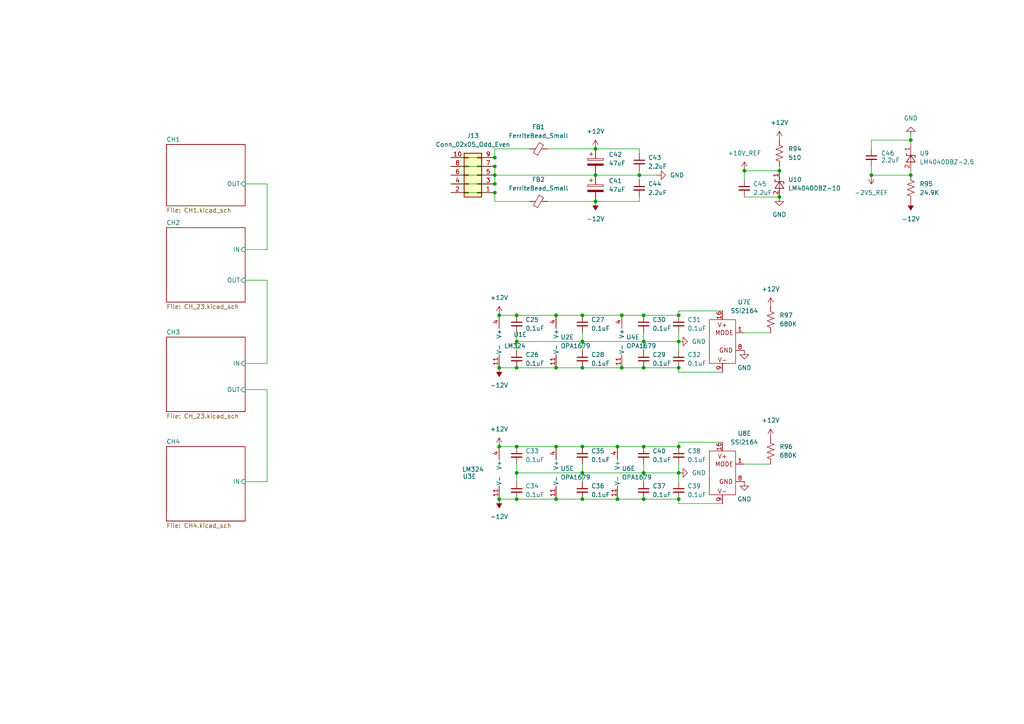
<source format=kicad_sch>
(kicad_sch (version 20231120) (generator "eeschema") (generator_version "8.0")
  (paper "A4")
  (lib_symbols
    (symbol "Amplifier_Operational:LM324" (pin_names (offset 0.127))
      (property "Reference" "U" (at 0 5.08 0))
      (property "Value" "LM324" (at 0 -5.08 0))
      (symbol "LM324_1_1"
        (polyline (pts (xy -5.08 5.08) (xy 5.08 0) (xy -5.08 -5.08) (xy -5.08 5.08)) (stroke (width 0.254)) (fill (type background)))
        (pin output line (at 7.62 0 180) (length 2.54) (name "~") (number "1"))
        (pin input line (at -7.62 -2.54 0) (length 2.54) (name "-") (number "2"))
        (pin input line (at -7.62 2.54 0) (length 2.54) (name "+") (number "3"))
      )
      (symbol "LM324_2_1"
        (polyline (pts (xy -5.08 5.08) (xy 5.08 0) (xy -5.08 -5.08) (xy -5.08 5.08)) (stroke (width 0.254)) (fill (type background)))
        (pin input line (at -7.62 2.54 0) (length 2.54) (name "+") (number "5"))
        (pin input line (at -7.62 -2.54 0) (length 2.54) (name "-") (number "6"))
        (pin output line (at 7.62 0 180) (length 2.54) (name "~") (number "7"))
      )
      (symbol "LM324_3_1"
        (polyline (pts (xy -5.08 5.08) (xy 5.08 0) (xy -5.08 -5.08) (xy -5.08 5.08)) (stroke (width 0.254)) (fill (type background)))
        (pin input line (at -7.62 2.54 0) (length 2.54) (name "+") (number "10"))
        (pin output line (at 7.62 0 180) (length 2.54) (name "~") (number "8"))
        (pin input line (at -7.62 -2.54 0) (length 2.54) (name "-") (number "9"))
      )
      (symbol "LM324_4_1"
        (polyline (pts (xy -5.08 5.08) (xy 5.08 0) (xy -5.08 -5.08) (xy -5.08 5.08)) (stroke (width 0.254)) (fill (type background)))
        (pin input line (at -7.62 2.54 0) (length 2.54) (name "+") (number "12"))
        (pin input line (at -7.62 -2.54 0) (length 2.54) (name "-") (number "13"))
        (pin output line (at 7.62 0 180) (length 2.54) (name "~") (number "14"))
      )
      (symbol "LM324_5_1"
        (pin power_in line (at -2.54 -7.62 90) (length 3.81) (name "V-") (number "11"))
        (pin power_in line (at -2.54 7.62 270) (length 3.81) (name "V+") (number "4"))
      )
    )
    (symbol "Amplifier_Operational:OPA1679" (pin_names (offset 0.127))
      (property "Reference" "U" (at 0 5.08 0))
      (property "Value" "OPA1679" (at 0 -5.08 0))
      (symbol "OPA1679_1_1"
        (polyline (pts (xy -5.08 5.08) (xy 5.08 0) (xy -5.08 -5.08) (xy -5.08 5.08)) (stroke (width 0.254)) (fill (type background)))
        (pin output line (at 7.62 0 180) (length 2.54) (name "~") (number "1"))
        (pin input line (at -7.62 -2.54 0) (length 2.54) (name "-") (number "2"))
        (pin input line (at -7.62 2.54 0) (length 2.54) (name "+") (number "3"))
      )
      (symbol "OPA1679_2_1"
        (polyline (pts (xy -5.08 5.08) (xy 5.08 0) (xy -5.08 -5.08) (xy -5.08 5.08)) (stroke (width 0.254)) (fill (type background)))
        (pin input line (at -7.62 2.54 0) (length 2.54) (name "+") (number "5"))
        (pin input line (at -7.62 -2.54 0) (length 2.54) (name "-") (number "6"))
        (pin output line (at 7.62 0 180) (length 2.54) (name "~") (number "7"))
      )
      (symbol "OPA1679_3_1"
        (polyline (pts (xy -5.08 5.08) (xy 5.08 0) (xy -5.08 -5.08) (xy -5.08 5.08)) (stroke (width 0.254)) (fill (type background)))
        (pin input line (at -7.62 2.54 0) (length 2.54) (name "+") (number "10"))
        (pin output line (at 7.62 0 180) (length 2.54) (name "~") (number "8"))
        (pin input line (at -7.62 -2.54 0) (length 2.54) (name "-") (number "9"))
      )
      (symbol "OPA1679_4_1"
        (polyline (pts (xy -5.08 5.08) (xy 5.08 0) (xy -5.08 -5.08) (xy -5.08 5.08)) (stroke (width 0.254)) (fill (type background)))
        (pin input line (at -7.62 2.54 0) (length 2.54) (name "+") (number "12"))
        (pin input line (at -7.62 -2.54 0) (length 2.54) (name "-") (number "13"))
        (pin output line (at 7.62 0 180) (length 2.54) (name "~") (number "14"))
      )
      (symbol "OPA1679_5_1"
        (pin power_in line (at -2.54 -7.62 90) (length 3.81) (name "V-") (number "11"))
        (pin power_in line (at -2.54 7.62 270) (length 3.81) (name "V+") (number "4"))
      )
    )
    (symbol "Connector_Generic:Conn_02x05_Odd_Even" (pin_names (offset 1.016) hide)
      (property "Reference" "J" (at 1.27 7.62 0))
      (property "Value" "Conn_02x05_Odd_Even" (at 1.27 -7.62 0))
      (symbol "Conn_02x05_Odd_Even_1_1"
        (rectangle (start -1.27 -4.953) (end 0 -5.207) (stroke (width 0.1524)))
        (rectangle (start -1.27 -2.413) (end 0 -2.667) (stroke (width 0.1524)))
        (rectangle (start -1.27 0.127) (end 0 -0.127) (stroke (width 0.1524)))
        (rectangle (start -1.27 2.667) (end 0 2.413) (stroke (width 0.1524)))
        (rectangle (start -1.27 5.207) (end 0 4.953) (stroke (width 0.1524)))
        (rectangle (start -1.27 6.35) (end 3.81 -6.35) (stroke (width 0.254)) (fill (type background)))
        (rectangle (start 3.81 -4.953) (end 2.54 -5.207) (stroke (width 0.1524)))
        (rectangle (start 3.81 -2.413) (end 2.54 -2.667) (stroke (width 0.1524)))
        (rectangle (start 3.81 0.127) (end 2.54 -0.127) (stroke (width 0.1524)))
        (rectangle (start 3.81 2.667) (end 2.54 2.413) (stroke (width 0.1524)))
        (rectangle (start 3.81 5.207) (end 2.54 4.953) (stroke (width 0.1524)))
        (pin passive line (at -5.08 5.08 0) (length 3.81) (name "Pin_1") (number "1"))
        (pin passive line (at 7.62 -5.08 180) (length 3.81) (name "Pin_10") (number "10"))
        (pin passive line (at 7.62 5.08 180) (length 3.81) (name "Pin_2") (number "2"))
        (pin passive line (at -5.08 2.54 0) (length 3.81) (name "Pin_3") (number "3"))
        (pin passive line (at 7.62 2.54 180) (length 3.81) (name "Pin_4") (number "4"))
        (pin passive line (at -5.08 0 0) (length 3.81) (name "Pin_5") (number "5"))
        (pin passive line (at 7.62 0 180) (length 3.81) (name "Pin_6") (number "6"))
        (pin passive line (at -5.08 -2.54 0) (length 3.81) (name "Pin_7") (number "7"))
        (pin passive line (at 7.62 -2.54 180) (length 3.81) (name "Pin_8") (number "8"))
        (pin passive line (at -5.08 -5.08 0) (length 3.81) (name "Pin_9") (number "9"))
      )
    )
    (symbol "Device:C_Polarized" (pin_numbers hide) (pin_names (offset 0.254))
      (property "Reference" "C" (at 0.635 2.54 0))
      (property "Value" "C_Polarized" (at 0.635 -2.54 0))
      (symbol "C_Polarized_0_1"
        (rectangle (start -2.286 0.508) (end 2.286 1.016))
        (polyline (pts (xy -1.778 2.286) (xy -0.762 2.286)))
        (polyline (pts (xy -1.27 2.794) (xy -1.27 1.778)))
        (rectangle (start 2.286 -0.508) (end -2.286 -1.016) (fill (type outline)))
      )
      (symbol "C_Polarized_1_1"
        (pin passive line (at 0 3.81 270) (length 2.794) (name "~") (number "1"))
        (pin passive line (at 0 -3.81 90) (length 2.794) (name "~") (number "2"))
      )
    )
    (symbol "Device:C_Small" (pin_numbers hide) (pin_names (offset 0.254) hide)
      (property "Reference" "C" (at 0.254 1.778 0))
      (property "Value" "C_Small" (at 0.254 -2.032 0))
      (symbol "C_Small_0_1"
        (polyline (pts (xy -1.524 -0.508) (xy 1.524 -0.508)) (stroke (width 0.3302)))
        (polyline (pts (xy -1.524 0.508) (xy 1.524 0.508)) (stroke (width 0.3048)))
      )
      (symbol "C_Small_1_1"
        (pin passive line (at 0 2.54 270) (length 2.032) (name "~") (number "1"))
        (pin passive line (at 0 -2.54 90) (length 2.032) (name "~") (number "2"))
      )
    )
    (symbol "Device:FerriteBead_Small" (pin_numbers hide) (pin_names (offset 0))
      (property "Reference" "FB" (at 1.905 1.27 0))
      (property "Value" "FerriteBead_Small" (at 1.905 -1.27 0))
      (symbol "FerriteBead_Small_0_1"
        (polyline (pts (xy 0 -1.27) (xy 0 -0.7874)))
        (polyline (pts (xy 0 0.889) (xy 0 1.2954)))
        (polyline (pts (xy -1.8288 0.2794) (xy -1.1176 1.4986) (xy 1.8288 -0.2032) (xy 1.1176 -1.4224) (xy -1.8288 0.2794)))
      )
      (symbol "FerriteBead_Small_1_1"
        (pin passive line (at 0 2.54 270) (length 1.27) (name "~") (number "1"))
        (pin passive line (at 0 -2.54 90) (length 1.27) (name "~") (number "2"))
      )
    )
    (symbol "Device:R_US" (pin_numbers hide) (pin_names (offset 0))
      (property "Reference" "R" (at 2.54 0 90))
      (property "Value" "R_US" (at -2.54 0 90))
      (symbol "R_US_0_1"
        (polyline (pts (xy 0 -2.286) (xy 0 -2.54)))
        (polyline (pts (xy 0 2.286) (xy 0 2.54)))
        (polyline (pts (xy 0 -0.762) (xy 1.016 -1.143) (xy 0 -1.524) (xy -1.016 -1.905) (xy 0 -2.286)))
        (polyline (pts (xy 0 0.762) (xy 1.016 0.381) (xy 0 0) (xy -1.016 -0.381) (xy 0 -0.762)))
        (polyline (pts (xy 0 2.286) (xy 1.016 1.905) (xy 0 1.524) (xy -1.016 1.143) (xy 0 0.762)))
      )
      (symbol "R_US_1_1"
        (pin passive line (at 0 3.81 270) (length 1.27) (name "~") (number "1"))
        (pin passive line (at 0 -3.81 90) (length 1.27) (name "~") (number "2"))
      )
    )
    (symbol "Reference_Voltage:LM4040DBZ-10" (pin_names (offset 0.0254) hide)
      (property "Reference" "U" (at 0 2.54 0))
      (property "Value" "LM4040DBZ-10" (at 0 -3.175 0))
      (symbol "LM4040DBZ-10_0_1"
        (polyline (pts (xy -1.27 0) (xy 0 0) (xy 1.27 0)))
        (polyline (pts (xy -1.27 -1.27) (xy 0.635 0) (xy -1.27 1.27) (xy -1.27 -1.27)) (stroke (width 0.2032)))
        (polyline (pts (xy 0 -1.27) (xy 0.635 -1.27) (xy 0.635 1.27) (xy 1.27 1.27)) (stroke (width 0.2032)))
      )
      (symbol "LM4040DBZ-10_1_1"
        (pin passive line (at 3.81 0 180) (length 2.54) (name "K") (number "1"))
        (pin passive line (at -3.81 0 0) (length 2.54) (name "A") (number "2"))
      )
    )
    (symbol "Reference_Voltage:LM4040DBZ-2.5" (pin_names (offset 0.0254) hide)
      (property "Reference" "U" (at 0 2.54 0))
      (property "Value" "LM4040DBZ-2.5" (at 0 -3.175 0))
      (symbol "LM4040DBZ-2.5_0_1"
        (polyline (pts (xy -1.27 0) (xy 0 0) (xy 1.27 0)))
        (polyline (pts (xy -1.27 -1.27) (xy 0.635 0) (xy -1.27 1.27) (xy -1.27 -1.27)) (stroke (width 0.2032)))
        (polyline (pts (xy 0 -1.27) (xy 0.635 -1.27) (xy 0.635 1.27) (xy 1.27 1.27)) (stroke (width 0.2032)))
      )
      (symbol "LM4040DBZ-2.5_1_1"
        (pin passive line (at 3.81 0 180) (length 2.54) (name "K") (number "1"))
        (pin passive line (at -3.81 0 0) (length 2.54) (name "A") (number "2"))
      )
    )
    (symbol "SSI2164_1" (pin_names (offset 0) hide)
      (property "Reference" "U" (at 1.016 1.27 0))
      (property "Value" "SSI2164" (at 0 0 0))
      (symbol "SSI2164_1_1_1"
        (polyline (pts (xy 0 0) (xy 0 -12.7) (xy 5.08 -12.7) (xy 5.08 0) (xy 0 0) (xy 5.08 0) (xy 15.24 -6.35) (xy 5.08 -12.7) (xy 0 0) (xy 5.08 0) (xy 0 -12.7)))
        (pin input line (at -2.54 -6.35 0) (length 2.54) (name "INA") (number "2"))
        (pin input line (at 2.54 -15.24 90) (length 2.54) (name "CVA") (number "3"))
        (pin output line (at 17.78 -6.35 180) (length 2.54) (name "OUTA") (number "4"))
      )
      (symbol "SSI2164_1_1_2"
        (pin input line (at -2.54 -7.62 0) (length 2.54) (name "INA") (number "2"))
        (pin input line (at 3.81 -17.78 90) (length 2.54) (name "CVA") (number "3"))
        (pin output line (at 22.86 -7.62 180) (length 2.54) (name "OUTA") (number "4"))
      )
      (symbol "SSI2164_1_2_1"
        (polyline (pts (xy 0 0) (xy 0 -12.7) (xy 5.08 -12.7) (xy 5.08 0) (xy 0 0) (xy 5.08 0) (xy 15.24 -6.35) (xy 5.08 -12.7) (xy 0 0) (xy 5.08 0) (xy 0 -12.7)))
        (pin output line (at 17.78 -6.35 180) (length 2.54) (name "OUTB") (number "5"))
        (pin input line (at 2.54 -15.24 90) (length 2.54) (name "CVB") (number "6"))
        (pin input line (at -2.54 -6.35 0) (length 2.54) (name "INB") (number "7"))
      )
      (symbol "SSI2164_1_2_2"
        (pin output line (at 22.86 -7.62 180) (length 2.54) (name "OUTB") (number "5"))
        (pin input line (at 3.81 -17.78 90) (length 2.54) (name "CVB") (number "6"))
        (pin input line (at -2.54 -7.62 0) (length 2.54) (name "INB") (number "7"))
      )
      (symbol "SSI2164_1_3_1"
        (polyline (pts (xy 0 0) (xy 0 -12.7) (xy 5.08 -12.7) (xy 5.08 0) (xy 0 0) (xy 5.08 0) (xy 15.24 -6.35) (xy 5.08 -12.7) (xy 0 0) (xy 5.08 0) (xy 0 -12.7)))
        (pin input line (at -2.54 -6.35 0) (length 2.54) (name "INC") (number "10"))
        (pin input line (at 2.54 -15.24 90) (length 2.54) (name "CVC") (number "11"))
        (pin output line (at 17.78 -6.35 180) (length 2.54) (name "OUTC") (number "12"))
      )
      (symbol "SSI2164_1_3_2"
        (pin input line (at -2.54 -7.62 0) (length 2.54) (name "INC") (number "10"))
        (pin input line (at 3.81 -17.78 90) (length 2.54) (name "CVC") (number "11"))
        (pin output line (at 22.86 -7.62 180) (length 2.54) (name "OUTC") (number "12"))
      )
      (symbol "SSI2164_1_4_1"
        (polyline (pts (xy 0 0) (xy 0 -12.7) (xy 5.08 -12.7) (xy 5.08 0) (xy 0 0) (xy 5.08 0) (xy 15.24 -6.35) (xy 5.08 -12.7) (xy 0 0) (xy 5.08 0) (xy 0 -12.7)))
        (pin output line (at 17.78 -6.35 180) (length 2.54) (name "OUTD") (number "13"))
        (pin input line (at 2.54 -15.24 90) (length 2.54) (name "CVD") (number "14"))
        (pin input line (at -2.54 -6.35 0) (length 2.54) (name "IND") (number "15"))
      )
      (symbol "SSI2164_1_4_2"
        (pin output line (at 22.86 -7.62 180) (length 2.54) (name "OUTD") (number "13"))
        (pin input line (at 3.81 -17.78 90) (length 2.54) (name "CVD") (number "14"))
        (pin input line (at -2.54 -7.62 0) (length 2.54) (name "IND") (number "15"))
      )
      (symbol "SSI2164_1_5_1"
        (rectangle (start 0 0) (end 7.62 -12.7))
        (text "GND\n" (at 4.826 -8.89 0) (effects (font (size 1.27 1.27))))
        (text "MODE\n" (at 4.318 -3.81 0) (effects (font (size 1.27 1.27))))
        (text "V+" (at 3.81 -1.524 0) (effects (font (size 1.27 1.27))))
        (text "V-\n" (at 3.81 -11.684 0) (effects (font (size 1.27 1.27))))
        (pin input line (at 10.16 -3.81 180) (length 2.54) (name "MODE") (number "1"))
        (pin power_in line (at 3.81 2.54 270) (length 2.54) (name "V+") (number "16"))
        (pin power_in line (at 10.16 -8.89 180) (length 2.54) (name "GND") (number "8"))
        (pin power_in line (at 3.81 -15.24 90) (length 2.54) (name "V-") (number "9"))
      )
      (symbol "SSI2164_1_5_2"
        (pin input line (at 10.16 -3.81 180) (length 2.54) (name "MODE") (number "1"))
        (pin power_in line (at 3.81 2.54 270) (length 2.54) (name "V+") (number "16"))
        (pin power_in line (at 10.16 -8.89 180) (length 2.54) (name "GND") (number "8"))
        (pin power_in line (at 3.81 -15.24 90) (length 2.54) (name "V-") (number "9"))
      )
    )
    (symbol "power:+10V" (power) (pin_numbers hide) (pin_names (offset 0) hide)
      (property "Value" "+10V" (at 0 3.556 0))
      (symbol "+10V_0_1"
        (polyline (pts (xy -0.762 1.27) (xy 0 2.54)))
        (polyline (pts (xy 0 0) (xy 0 2.54)))
        (polyline (pts (xy 0 2.54) (xy 0.762 1.27)))
      )
      (symbol "+10V_1_1"
        (pin power_in line (at 0 0 90) (length 0) (name "~") (number "1"))
      )
    )
    (symbol "power:+12V" (power) (pin_numbers hide) (pin_names (offset 0) hide)
      (property "Value" "+12V" (at 0 3.556 0))
      (symbol "+12V_0_1"
        (polyline (pts (xy -0.762 1.27) (xy 0 2.54)))
        (polyline (pts (xy 0 0) (xy 0 2.54)))
        (polyline (pts (xy 0 2.54) (xy 0.762 1.27)))
      )
      (symbol "+12V_1_1"
        (pin power_in line (at 0 0 90) (length 0) (name "~") (number "1"))
      )
    )
    (symbol "power:+2V5" (power) (pin_numbers hide) (pin_names (offset 0) hide)
      (property "Value" "+2V5" (at 0 3.556 0))
      (symbol "+2V5_0_1"
        (polyline (pts (xy -0.762 1.27) (xy 0 2.54)))
        (polyline (pts (xy 0 0) (xy 0 2.54)))
        (polyline (pts (xy 0 2.54) (xy 0.762 1.27)))
      )
      (symbol "+2V5_1_1"
        (pin power_in line (at 0 0 90) (length 0) (name "~") (number "1"))
      )
    )
    (symbol "power:-12V" (power) (pin_numbers hide) (pin_names (offset 0) hide)
      (property "Value" "-12V" (at 0 3.556 0))
      (symbol "-12V_0_0"
        (pin power_in line (at 0 0 90) (length 0) (name "~") (number "1"))
      )
      (symbol "-12V_0_1"
        (polyline (pts (xy 0 0) (xy 0 1.27) (xy 0.762 1.27) (xy 0 2.54) (xy -0.762 1.27) (xy 0 1.27)) (fill (type outline)))
      )
    )
    (symbol "power:GND" (power) (pin_numbers hide) (pin_names (offset 0) hide)
      (property "Value" "GND" (at 0 -3.81 0))
      (symbol "GND_0_1"
        (polyline (pts (xy 0 0) (xy 0 -1.27) (xy 1.27 -1.27) (xy 0 -2.54) (xy -1.27 -1.27) (xy 0 -1.27)))
      )
      (symbol "GND_1_1"
        (pin power_in line (at 0 0 270) (length 0) (name "~") (number "1"))
      )
    )
  )
  (junction (at 168.91 129.54))
  (junction (at 196.85 91.44))
  (junction (at 144.78 144.78))
  (junction (at 215.9 49.53))
  (junction (at 196.85 99.06))
  (junction (at 180.34 106.68))
  (junction (at 168.91 106.68))
  (junction (at 144.78 129.54))
  (junction (at 161.29 106.68))
  (junction (at 149.86 91.44))
  (junction (at 252.73 50.8))
  (junction (at 149.86 129.54))
  (junction (at 172.72 58.42))
  (junction (at 161.29 91.44))
  (junction (at 149.86 99.06))
  (junction (at 196.85 137.16))
  (junction (at 168.91 144.78))
  (junction (at 226.06 49.53))
  (junction (at 144.78 106.68))
  (junction (at 143.51 45.72))
  (junction (at 172.72 50.8))
  (junction (at 264.16 50.8))
  (junction (at 196.85 144.78))
  (junction (at 168.91 91.44))
  (junction (at 161.29 144.78))
  (junction (at 149.86 106.68))
  (junction (at 185.42 50.8))
  (junction (at 149.86 137.16))
  (junction (at 186.69 91.44))
  (junction (at 186.69 137.16))
  (junction (at 226.06 57.15))
  (junction (at 196.85 106.68))
  (junction (at 179.07 144.78))
  (junction (at 143.51 53.34))
  (junction (at 186.69 144.78))
  (junction (at 143.51 48.26))
  (junction (at 179.07 129.54))
  (junction (at 180.34 91.44))
  (junction (at 168.91 137.16))
  (junction (at 186.69 129.54))
  (junction (at 186.69 99.06))
  (junction (at 144.78 91.44))
  (junction (at 264.16 40.64))
  (junction (at 143.51 55.88))
  (junction (at 196.85 129.54))
  (junction (at 161.29 129.54))
  (junction (at 168.91 99.06))
  (junction (at 172.72 43.18))
  (junction (at 149.86 144.78))
  (junction (at 143.51 50.8))
  (junction (at 186.69 106.68))
  (wire (pts (xy 264.16 39.37) (xy 264.16 40.64)))
  (wire (pts (xy 71.12 81.28) (xy 77.47 81.28)))
  (wire (pts (xy 77.47 53.34) (xy 77.47 72.39)))
  (wire (pts (xy 209.55 107.95) (xy 196.85 107.95)))
  (wire (pts (xy 179.07 144.78) (xy 186.69 144.78)))
  (wire (pts (xy 215.9 57.15) (xy 226.06 57.15)))
  (wire (pts (xy 168.91 137.16) (xy 168.91 139.7)))
  (wire (pts (xy 149.86 96.52) (xy 149.86 99.06)))
  (wire (pts (xy 168.91 96.52) (xy 168.91 99.06)))
  (wire (pts (xy 186.69 106.68) (xy 196.85 106.68)))
  (wire (pts (xy 264.16 49.53) (xy 264.16 50.8)))
  (wire (pts (xy 77.47 72.39) (xy 71.12 72.39)))
  (wire (pts (xy 252.73 43.18) (xy 252.73 40.64)))
  (wire (pts (xy 143.51 58.42) (xy 143.51 55.88)))
  (wire (pts (xy 196.85 137.16) (xy 196.85 139.7)))
  (wire (pts (xy 77.47 113.03) (xy 77.47 139.7)))
  (wire (pts (xy 196.85 90.17) (xy 196.85 91.44)))
  (wire (pts (xy 186.69 137.16) (xy 186.69 139.7)))
  (wire (pts (xy 168.91 91.44) (xy 180.34 91.44)))
  (wire (pts (xy 149.86 99.06) (xy 168.91 99.06)))
  (wire (pts (xy 180.34 106.68) (xy 186.69 106.68)))
  (wire (pts (xy 215.9 52.07) (xy 215.9 49.53)))
  (wire (pts (xy 143.51 50.8) (xy 143.51 53.34)))
  (wire (pts (xy 77.47 81.28) (xy 77.47 105.41)))
  (wire (pts (xy 185.42 44.45) (xy 185.42 43.18)))
  (wire (pts (xy 130.81 45.72) (xy 143.51 45.72)))
  (wire (pts (xy 186.69 91.44) (xy 196.85 91.44)))
  (wire (pts (xy 71.12 53.34) (xy 77.47 53.34)))
  (wire (pts (xy 185.42 49.53) (xy 185.42 50.8)))
  (wire (pts (xy 153.67 43.18) (xy 143.51 43.18)))
  (wire (pts (xy 196.85 144.78) (xy 196.85 146.05)))
  (wire (pts (xy 130.81 50.8) (xy 143.51 50.8)))
  (wire (pts (xy 196.85 107.95) (xy 196.85 106.68)))
  (wire (pts (xy 77.47 105.41) (xy 71.12 105.41)))
  (wire (pts (xy 153.67 58.42) (xy 143.51 58.42)))
  (wire (pts (xy 149.86 137.16) (xy 149.86 139.7)))
  (wire (pts (xy 215.9 49.53) (xy 226.06 49.53)))
  (wire (pts (xy 186.69 99.06) (xy 186.69 101.6)))
  (wire (pts (xy 209.55 128.27) (xy 196.85 128.27)))
  (wire (pts (xy 196.85 96.52) (xy 196.85 99.06)))
  (wire (pts (xy 158.75 43.18) (xy 172.72 43.18)))
  (wire (pts (xy 186.69 96.52) (xy 186.69 99.06)))
  (wire (pts (xy 144.78 106.68) (xy 149.86 106.68)))
  (wire (pts (xy 149.86 134.62) (xy 149.86 137.16)))
  (wire (pts (xy 186.69 137.16) (xy 196.85 137.16)))
  (wire (pts (xy 215.9 96.52) (xy 223.52 96.52)))
  (wire (pts (xy 186.69 144.78) (xy 196.85 144.78)))
  (wire (pts (xy 71.12 113.03) (xy 77.47 113.03)))
  (wire (pts (xy 252.73 48.26) (xy 252.73 50.8)))
  (wire (pts (xy 186.69 134.62) (xy 186.69 137.16)))
  (wire (pts (xy 180.34 91.44) (xy 186.69 91.44)))
  (wire (pts (xy 190.5 50.8) (xy 185.42 50.8)))
  (wire (pts (xy 215.9 134.62) (xy 223.52 134.62)))
  (wire (pts (xy 143.51 43.18) (xy 143.51 45.72)))
  (wire (pts (xy 130.81 53.34) (xy 143.51 53.34)))
  (wire (pts (xy 143.51 48.26) (xy 143.51 50.8)))
  (wire (pts (xy 168.91 144.78) (xy 179.07 144.78)))
  (wire (pts (xy 185.42 50.8) (xy 185.42 52.07)))
  (wire (pts (xy 168.91 137.16) (xy 186.69 137.16)))
  (wire (pts (xy 168.91 106.68) (xy 180.34 106.68)))
  (wire (pts (xy 149.86 91.44) (xy 161.29 91.44)))
  (wire (pts (xy 144.78 144.78) (xy 149.86 144.78)))
  (wire (pts (xy 77.47 139.7) (xy 71.12 139.7)))
  (wire (pts (xy 158.75 58.42) (xy 172.72 58.42)))
  (wire (pts (xy 161.29 106.68) (xy 168.91 106.68)))
  (wire (pts (xy 209.55 90.17) (xy 196.85 90.17)))
  (wire (pts (xy 144.78 91.44) (xy 149.86 91.44)))
  (wire (pts (xy 149.86 137.16) (xy 168.91 137.16)))
  (wire (pts (xy 226.06 48.26) (xy 226.06 49.53)))
  (wire (pts (xy 186.69 99.06) (xy 196.85 99.06)))
  (wire (pts (xy 130.81 48.26) (xy 143.51 48.26)))
  (wire (pts (xy 161.29 129.54) (xy 168.91 129.54)))
  (wire (pts (xy 186.69 129.54) (xy 196.85 129.54)))
  (wire (pts (xy 185.42 43.18) (xy 172.72 43.18)))
  (wire (pts (xy 168.91 99.06) (xy 186.69 99.06)))
  (wire (pts (xy 168.91 129.54) (xy 179.07 129.54)))
  (wire (pts (xy 252.73 50.8) (xy 264.16 50.8)))
  (wire (pts (xy 168.91 134.62) (xy 168.91 137.16)))
  (wire (pts (xy 185.42 50.8) (xy 172.72 50.8)))
  (wire (pts (xy 209.55 146.05) (xy 196.85 146.05)))
  (wire (pts (xy 252.73 40.64) (xy 264.16 40.64)))
  (wire (pts (xy 196.85 128.27) (xy 196.85 129.54)))
  (wire (pts (xy 196.85 134.62) (xy 196.85 137.16)))
  (wire (pts (xy 172.72 50.8) (xy 143.51 50.8)))
  (wire (pts (xy 185.42 58.42) (xy 172.72 58.42)))
  (wire (pts (xy 130.81 55.88) (xy 143.51 55.88)))
  (wire (pts (xy 144.78 129.54) (xy 149.86 129.54)))
  (wire (pts (xy 185.42 57.15) (xy 185.42 58.42)))
  (wire (pts (xy 161.29 91.44) (xy 168.91 91.44)))
  (wire (pts (xy 161.29 144.78) (xy 168.91 144.78)))
  (wire (pts (xy 149.86 129.54) (xy 161.29 129.54)))
  (wire (pts (xy 168.91 99.06) (xy 168.91 101.6)))
  (wire (pts (xy 196.85 99.06) (xy 196.85 101.6)))
  (wire (pts (xy 179.07 129.54) (xy 186.69 129.54)))
  (wire (pts (xy 149.86 144.78) (xy 161.29 144.78)))
  (wire (pts (xy 264.16 40.64) (xy 264.16 41.91)))
  (wire (pts (xy 149.86 106.68) (xy 161.29 106.68)))
  (wire (pts (xy 149.86 99.06) (xy 149.86 101.6)))
  (symbol (lib_id "Device:C_Small") (at 186.69 93.98 0) (unit 1)
    (property "Reference" "C30" (at 189.23 92.7162 0) (effects (justify left)))
    (property "Value" "0.1uF" (at 189.23 95.2562 0) (effects (justify left)))
    (property "Footprint" "Capacitor_SMD:C_0603_1608Metric" (effects (hide yes)))
    (property "Description" "Unpolarized capacitor, small symbol" (effects (hide yes)))
  )
  (symbol (lib_id "power:GND") (at 196.85 99.06 90) (unit 1)
    (property "Reference" "#PWR086" (effects (hide yes)))
    (property "Value" "GND" (at 200.66 99.0599 90) (effects (justify right)))
    (property "Description" "Power symbol creates a global label with name \"GND\" , ground" (effects (hide yes)))
  )
  (symbol (lib_id "Amplifier_Operational:OPA1679") (at 182.88 99.06 0) (unit 5)
    (property "Reference" "U4" (at 181.61 97.7899 0) (effects (justify left)))
    (property "Value" "OPA1679" (at 181.61 100.3299 0) (effects (justify left)))
    (property "Footprint" "Package_SO:TSSOP-14_4.4x5mm_P0.65mm" (effects (hide yes)))
    (property "Datasheet" "http://www.ti.com/lit/ds/symlink/opa1678.pdf" (effects (hide yes)))
    (property "Description" "Low-Distortion Audio Operational Amplifiers, SOIC-14/TSSOP-14" (effects (hide yes)))
  )
  (symbol (lib_id "power:+2V5") (at 252.73 50.8 180) (unit 1)
    (property "Reference" "#PWR097" (effects (hide yes)))
    (property "Value" "-2V5_REF" (at 252.73 55.88 0))
    (property "Description" "Power symbol creates a global label with name \"+2V5\"" (effects (hide yes)))
  )
  (symbol (lib_id "Device:C_Small") (at 168.91 142.24 0) (unit 1)
    (property "Reference" "C36" (at 171.45 140.9762 0) (effects (justify left)))
    (property "Value" "0.1uF" (at 171.45 143.5162 0) (effects (justify left)))
    (property "Footprint" "Capacitor_SMD:C_0603_1608Metric" (effects (hide yes)))
    (property "Description" "Unpolarized capacitor, small symbol" (effects (hide yes)))
  )
  (symbol (lib_id "power:+10V") (at 215.9 49.53 0) (unit 1)
    (property "Reference" "#PWR096" (effects (hide yes)))
    (property "Value" "+10V_REF" (at 215.9 44.45 0))
    (property "Description" "Power symbol creates a global label with name \"+10V\"" (effects (hide yes)))
  )
  (symbol (lib_id "Device:C_Small") (at 186.69 132.08 0) (unit 1)
    (property "Reference" "C40" (at 189.23 130.8162 0) (effects (justify left)))
    (property "Value" "0.1uF" (at 189.23 133.3562 0) (effects (justify left)))
    (property "Footprint" "Capacitor_SMD:C_0603_1608Metric" (effects (hide yes)))
    (property "Description" "Unpolarized capacitor, small symbol" (effects (hide yes)))
  )
  (symbol (lib_id "Device:C_Small") (at 149.86 104.14 0) (unit 1)
    (property "Reference" "C26" (at 152.4 102.8762 0) (effects (justify left)))
    (property "Value" "0.1uF" (at 152.4 105.4162 0) (effects (justify left)))
    (property "Footprint" "Capacitor_SMD:C_0603_1608Metric" (effects (hide yes)))
    (property "Description" "Unpolarized capacitor, small symbol" (effects (hide yes)))
  )
  (symbol (lib_name "SSI2164_1") (lib_id "Synthesizer:SSI2164") (at 205.74 130.81 0) (unit 5)
    (property "Reference" "U8" (at 215.9 125.73 0))
    (property "Value" "SSI2164" (at 215.9 128.27 0))
    (property "Footprint" "Package_SO:SOIC-16_3.9x9.9mm_P1.27mm" (effects (hide yes)))
  )
  (symbol (lib_id "power:GND") (at 264.16 39.37 180) (unit 1)
    (property "Reference" "#PWR095" (effects (hide yes)))
    (property "Value" "GND" (at 264.16 34.29 0))
    (property "Description" "Power symbol creates a global label with name \"GND\" , ground" (effects (hide yes)))
  )
  (symbol (lib_id "power:+12V") (at 226.06 40.64 0) (unit 1)
    (property "Reference" "#PWR092" (effects (hide yes)))
    (property "Value" "+12V" (at 226.06 35.56 0))
    (property "Description" "Power symbol creates a global label with name \"+12V\"" (effects (hide yes)))
  )
  (symbol (lib_id "Device:C_Small") (at 149.86 142.24 0) (unit 1)
    (property "Reference" "C34" (at 152.4 140.9762 0) (effects (justify left)))
    (property "Value" "0.1uF" (at 152.4 143.5162 0) (effects (justify left)))
    (property "Footprint" "Capacitor_SMD:C_0603_1608Metric" (effects (hide yes)))
    (property "Description" "Unpolarized capacitor, small symbol" (effects (hide yes)))
  )
  (symbol (lib_id "Device:C_Polarized") (at 172.72 46.99 0) (unit 1)
    (property "Reference" "C42" (at 176.53 44.8309 0) (effects (justify left)))
    (property "Value" "47uF" (at 176.53 47.3709 0) (effects (justify left)))
    (property "Footprint" "Capacitor_THT:CP_Radial_D5.0mm_P2.00mm" (effects (hide yes)))
    (property "Description" "Polarized capacitor" (effects (hide yes)))
  )
  (symbol (lib_id "power:-12V") (at 144.78 106.68 180) (unit 1)
    (property "Reference" "#PWR085" (effects (hide yes)))
    (property "Value" "-12V" (at 144.78 111.76 0))
    (property "Description" "Power symbol creates a global label with name \"-12V\"" (effects (hide yes)))
  )
  (symbol (lib_id "Amplifier_Operational:LM324") (at 142.24 99.06 0) (mirror y) (unit 5)
    (property "Reference" "U1" (at 150.876 97.028 0))
    (property "Value" "LM324" (at 149.352 100.33 0))
    (property "Footprint" "Package_SO:TSSOP-14_4.4x5mm_P0.65mm" (effects (hide yes)))
    (property "Datasheet" "http://www.ti.com/lit/ds/symlink/lm2902-n.pdf" (effects (hide yes)))
    (property "Description" "Low-Power, Quad-Operational Amplifiers, DIP-14/SOIC-14/SSOP-14" (effects (hide yes)))
  )
  (symbol (lib_id "Connector_Generic:Conn_02x05_Odd_Even") (at 138.43 50.8 180) (unit 1)
    (property "Reference" "J13" (at 137.16 39.37 0))
    (property "Value" "Conn_02x05_Odd_Even" (at 137.16 41.91 0))
    (property "Footprint" "Connector_PinHeader_2.54mm:PinHeader_2x05_P2.54mm_Vertical_SMD" (effects (hide yes)))
    (property "Description" "Generic connector, double row, 02x05, odd/even pin numbering scheme (row 1 odd numbers, row 2 even numbers), script generated (kicad-library-utils/schlib/autogen/connector/)" (effects (hide yes)))
  )
  (symbol (lib_id "power:GND") (at 215.9 139.7 0) (unit 1)
    (property "Reference" "#PWR091" (effects (hide yes)))
    (property "Value" "GND" (at 215.9 144.78 0))
    (property "Description" "Power symbol creates a global label with name \"GND\" , ground" (effects (hide yes)))
  )
  (symbol (lib_id "Device:R_US") (at 264.16 54.61 180) (unit 1)
    (property "Reference" "R95" (at 266.7 53.3399 0) (effects (justify right)))
    (property "Value" "24.9K" (at 266.7 55.8799 0) (effects (justify right)))
    (property "Footprint" "Resistor_SMD:R_0603_1608Metric" (effects (hide yes)))
    (property "Description" "Resistor, US symbol" (effects (hide yes)))
  )
  (symbol (lib_id "power:-12V") (at 144.78 144.78 180) (unit 1)
    (property "Reference" "#PWR089" (effects (hide yes)))
    (property "Value" "-12V" (at 144.78 149.86 0))
    (property "Description" "Power symbol creates a global label with name \"-12V\"" (effects (hide yes)))
  )
  (symbol (lib_id "Device:C_Small") (at 185.42 54.61 0) (unit 1)
    (property "Reference" "C44" (at 187.96 53.3462 0) (effects (justify left)))
    (property "Value" "2.2uF" (at 187.96 55.8862 0) (effects (justify left)))
    (property "Footprint" "Capacitor_SMD:C_0603_1608Metric" (effects (hide yes)))
    (property "Description" "Unpolarized capacitor, small symbol" (effects (hide yes)))
  )
  (symbol (lib_id "Device:FerriteBead_Small") (at 156.21 58.42 90) (unit 1)
    (property "Reference" "FB2" (at 156.1719 52.07 90))
    (property "Value" "FerriteBead_Small" (at 156.1719 54.61 90))
    (property "Footprint" "Capacitor_SMD:C_0603_1608Metric" (effects (hide yes)))
    (property "Description" "Ferrite bead, small symbol" (effects (hide yes)))
  )
  (symbol (lib_id "Device:R_US") (at 223.52 130.81 180) (unit 1)
    (property "Reference" "R96" (at 226.06 129.5399 0) (effects (justify right)))
    (property "Value" "680K" (at 226.06 132.0799 0) (effects (justify right)))
    (property "Footprint" "Resistor_SMD:R_0603_1608Metric" (effects (hide yes)))
    (property "Description" "Resistor, US symbol" (effects (hide yes)))
  )
  (symbol (lib_id "power:+12V") (at 144.78 129.54 0) (unit 1)
    (property "Reference" "#PWR088" (effects (hide yes)))
    (property "Value" "+12V" (at 144.78 124.46 0))
    (property "Description" "Power symbol creates a global label with name \"+12V\"" (effects (hide yes)))
  )
  (symbol (lib_id "Amplifier_Operational:OPA1679") (at 181.61 137.16 0) (unit 5)
    (property "Reference" "U6" (at 180.34 135.8899 0) (effects (justify left)))
    (property "Value" "OPA1679" (at 180.34 138.4299 0) (effects (justify left)))
    (property "Footprint" "Package_SO:TSSOP-14_4.4x5mm_P0.65mm" (effects (hide yes)))
    (property "Datasheet" "http://www.ti.com/lit/ds/symlink/opa1678.pdf" (effects (hide yes)))
    (property "Description" "Low-Distortion Audio Operational Amplifiers, SOIC-14/TSSOP-14" (effects (hide yes)))
  )
  (symbol (lib_id "Device:FerriteBead_Small") (at 156.21 43.18 90) (unit 1)
    (property "Reference" "FB1" (at 156.1719 36.83 90))
    (property "Value" "FerriteBead_Small" (at 156.1719 39.37 90))
    (property "Footprint" "Capacitor_SMD:C_0603_1608Metric" (effects (hide yes)))
    (property "Description" "Ferrite bead, small symbol" (effects (hide yes)))
  )
  (symbol (lib_id "Amplifier_Operational:OPA1679") (at 163.83 99.06 0) (unit 5)
    (property "Reference" "U2" (at 162.56 97.7899 0) (effects (justify left)))
    (property "Value" "OPA1679" (at 162.56 100.3299 0) (effects (justify left)))
    (property "Footprint" "Package_SO:TSSOP-14_4.4x5mm_P0.65mm" (effects (hide yes)))
    (property "Datasheet" "http://www.ti.com/lit/ds/symlink/opa1678.pdf" (effects (hide yes)))
    (property "Description" "Low-Distortion Audio Operational Amplifiers, SOIC-14/TSSOP-14" (effects (hide yes)))
  )
  (symbol (lib_id "power:GND") (at 190.5 50.8 90) (unit 1)
    (property "Reference" "#PWR083" (effects (hide yes)))
    (property "Value" "GND" (at 194.31 50.7999 90) (effects (justify right)))
    (property "Description" "Power symbol creates a global label with name \"GND\" , ground" (effects (hide yes)))
  )
  (symbol (lib_id "power:-12V") (at 172.72 58.42 180) (unit 1)
    (property "Reference" "#PWR082" (effects (hide yes)))
    (property "Value" "-12V" (at 172.72 63.5 0))
    (property "Description" "Power symbol creates a global label with name \"-12V\"" (effects (hide yes)))
  )
  (symbol (lib_id "Device:C_Small") (at 168.91 93.98 0) (unit 1)
    (property "Reference" "C27" (at 171.45 92.7162 0) (effects (justify left)))
    (property "Value" "0.1uF" (at 171.45 95.2562 0) (effects (justify left)))
    (property "Footprint" "Capacitor_SMD:C_0603_1608Metric" (effects (hide yes)))
    (property "Description" "Unpolarized capacitor, small symbol" (effects (hide yes)))
  )
  (symbol (lib_id "power:+12V") (at 223.52 127 0) (unit 1)
    (property "Reference" "#PWR098" (effects (hide yes)))
    (property "Value" "+12V" (at 223.52 121.92 0))
    (property "Description" "Power symbol creates a global label with name \"+12V\"" (effects (hide yes)))
  )
  (symbol (lib_id "Device:C_Small") (at 149.86 132.08 0) (unit 1)
    (property "Reference" "C33" (at 152.4 130.8162 0) (effects (justify left)))
    (property "Value" "0.1uF" (at 152.4 133.3562 0) (effects (justify left)))
    (property "Footprint" "Capacitor_SMD:C_0603_1608Metric" (effects (hide yes)))
    (property "Description" "Unpolarized capacitor, small symbol" (effects (hide yes)))
  )
  (symbol (lib_name "SSI2164_1") (lib_id "Synthesizer:SSI2164") (at 205.74 92.71 0) (unit 5)
    (property "Reference" "U7" (at 215.9 87.63 0))
    (property "Value" "SSI2164" (at 215.9 90.17 0))
    (property "Footprint" "Package_SO:SOIC-16_3.9x9.9mm_P1.27mm" (effects (hide yes)))
  )
  (symbol (lib_id "Device:C_Small") (at 149.86 93.98 0) (unit 1)
    (property "Reference" "C25" (at 152.4 92.7162 0) (effects (justify left)))
    (property "Value" "0.1uF" (at 152.4 95.2562 0) (effects (justify left)))
    (property "Footprint" "Capacitor_SMD:C_0603_1608Metric" (effects (hide yes)))
    (property "Description" "Unpolarized capacitor, small symbol" (effects (hide yes)))
  )
  (symbol (lib_id "Device:C_Small") (at 196.85 142.24 0) (unit 1)
    (property "Reference" "C39" (at 199.39 140.9762 0) (effects (justify left)))
    (property "Value" "0.1uF" (at 199.39 143.5162 0) (effects (justify left)))
    (property "Footprint" "Capacitor_SMD:C_0603_1608Metric" (effects (hide yes)))
    (property "Description" "Unpolarized capacitor, small symbol" (effects (hide yes)))
  )
  (symbol (lib_id "power:GND") (at 196.85 137.16 90) (unit 1)
    (property "Reference" "#PWR090" (effects (hide yes)))
    (property "Value" "GND" (at 200.66 137.1599 90) (effects (justify right)))
    (property "Description" "Power symbol creates a global label with name \"GND\" , ground" (effects (hide yes)))
  )
  (symbol (lib_id "power:+12V") (at 144.78 91.44 0) (unit 1)
    (property "Reference" "#PWR084" (effects (hide yes)))
    (property "Value" "+12V" (at 144.78 86.36 0))
    (property "Description" "Power symbol creates a global label with name \"+12V\"" (effects (hide yes)))
  )
  (symbol (lib_id "Device:C_Small") (at 196.85 104.14 0) (unit 1)
    (property "Reference" "C32" (at 199.39 102.8762 0) (effects (justify left)))
    (property "Value" "0.1uF" (at 199.39 105.4162 0) (effects (justify left)))
    (property "Footprint" "Capacitor_SMD:C_0603_1608Metric" (effects (hide yes)))
    (property "Description" "Unpolarized capacitor, small symbol" (effects (hide yes)))
  )
  (symbol (lib_id "Device:R_US") (at 226.06 44.45 180) (unit 1)
    (property "Reference" "R94" (at 228.6 43.1799 0) (effects (justify right)))
    (property "Value" "510" (at 228.6 45.7199 0) (effects (justify right)))
    (property "Footprint" "Resistor_SMD:R_0603_1608Metric" (effects (hide yes)))
    (property "Description" "Resistor, US symbol" (effects (hide yes)))
  )
  (symbol (lib_id "power:+12V") (at 172.72 43.18 0) (unit 1)
    (property "Reference" "#PWR081" (effects (hide yes)))
    (property "Value" "+12V" (at 172.72 38.1 0))
    (property "Description" "Power symbol creates a global label with name \"+12V\"" (effects (hide yes)))
  )
  (symbol (lib_id "power:GND") (at 215.9 101.6 0) (unit 1)
    (property "Reference" "#PWR087" (effects (hide yes)))
    (property "Value" "GND" (at 215.9 106.68 0))
    (property "Description" "Power symbol creates a global label with name \"GND\" , ground" (effects (hide yes)))
  )
  (symbol (lib_id "Amplifier_Operational:OPA1679") (at 163.83 137.16 0) (unit 5)
    (property "Reference" "U5" (at 162.56 135.8899 0) (effects (justify left)))
    (property "Value" "OPA1679" (at 162.56 138.4299 0) (effects (justify left)))
    (property "Footprint" "Package_SO:TSSOP-14_4.4x5mm_P0.65mm" (effects (hide yes)))
    (property "Datasheet" "http://www.ti.com/lit/ds/symlink/opa1678.pdf" (effects (hide yes)))
    (property "Description" "Low-Distortion Audio Operational Amplifiers, SOIC-14/TSSOP-14" (effects (hide yes)))
  )
  (symbol (lib_id "Device:C_Small") (at 196.85 93.98 0) (unit 1)
    (property "Reference" "C31" (at 199.39 92.7162 0) (effects (justify left)))
    (property "Value" "0.1uF" (at 199.39 95.2562 0) (effects (justify left)))
    (property "Footprint" "Capacitor_SMD:C_0603_1608Metric" (effects (hide yes)))
    (property "Description" "Unpolarized capacitor, small symbol" (effects (hide yes)))
  )
  (symbol (lib_id "power:+12V") (at 223.52 88.9 0) (unit 1)
    (property "Reference" "#PWR099" (effects (hide yes)))
    (property "Value" "+12V" (at 223.52 83.82 0))
    (property "Description" "Power symbol creates a global label with name \"+12V\"" (effects (hide yes)))
  )
  (symbol (lib_id "Device:C_Small") (at 215.9 54.61 0) (unit 1)
    (property "Reference" "C45" (at 218.44 53.3462 0) (effects (justify left)))
    (property "Value" "2.2uF" (at 218.44 55.8862 0) (effects (justify left)))
    (property "Footprint" "Capacitor_SMD:C_0603_1608Metric" (effects (hide yes)))
    (property "Description" "Unpolarized capacitor, small symbol" (effects (hide yes)))
  )
  (symbol (lib_id "Device:C_Small") (at 186.69 104.14 0) (unit 1)
    (property "Reference" "C29" (at 189.23 102.8762 0) (effects (justify left)))
    (property "Value" "0.1uF" (at 189.23 105.4162 0) (effects (justify left)))
    (property "Footprint" "Capacitor_SMD:C_0603_1608Metric" (effects (hide yes)))
    (property "Description" "Unpolarized capacitor, small symbol" (effects (hide yes)))
  )
  (symbol (lib_id "Reference_Voltage:LM4040DBZ-10") (at 226.06 53.34 90) (unit 1)
    (property "Reference" "U10" (at 228.6 52.0699 90) (effects (justify right)))
    (property "Value" "LM4040DBZ-10" (at 228.6 54.6099 90) (effects (justify right)))
    (property "Footprint" "Package_TO_SOT_SMD:SOT-23" (effects (hide yes)))
    (property "Datasheet" "http://www.ti.com/lit/ds/symlink/lm4040-n.pdf" (effects (hide yes)))
    (property "Description" "10.00V Precision Micropower Shunt Voltage Reference, SOT-23" (effects (hide yes)))
  )
  (symbol (lib_id "Device:C_Small") (at 186.69 142.24 0) (unit 1)
    (property "Reference" "C37" (at 189.23 140.9762 0) (effects (justify left)))
    (property "Value" "0.1uF" (at 189.23 143.5162 0) (effects (justify left)))
    (property "Footprint" "Capacitor_SMD:C_0603_1608Metric" (effects (hide yes)))
    (property "Description" "Unpolarized capacitor, small symbol" (effects (hide yes)))
  )
  (symbol (lib_id "Device:C_Small") (at 196.85 132.08 0) (unit 1)
    (property "Reference" "C38" (at 199.39 130.8162 0) (effects (justify left)))
    (property "Value" "0.1uF" (at 199.39 133.3562 0) (effects (justify left)))
    (property "Footprint" "Capacitor_SMD:C_0603_1608Metric" (effects (hide yes)))
    (property "Description" "Unpolarized capacitor, small symbol" (effects (hide yes)))
  )
  (symbol (lib_id "Device:C_Polarized") (at 172.72 54.61 0) (unit 1)
    (property "Reference" "C41" (at 176.53 52.4509 0) (effects (justify left)))
    (property "Value" "47uF" (at 176.53 54.9909 0) (effects (justify left)))
    (property "Footprint" "Capacitor_THT:CP_Radial_D5.0mm_P2.00mm" (effects (hide yes)))
    (property "Description" "Polarized capacitor" (effects (hide yes)))
  )
  (symbol (lib_id "Reference_Voltage:LM4040DBZ-2.5") (at 264.16 45.72 90) (unit 1)
    (property "Reference" "U9" (at 266.7 44.4499 90) (effects (justify right)))
    (property "Value" "LM4040DBZ-2.5" (at 266.7 46.9899 90) (effects (justify right)))
    (property "Footprint" "Package_TO_SOT_SMD:SOT-23" (effects (hide yes)))
    (property "Datasheet" "http://www.ti.com/lit/ds/symlink/lm4040-n.pdf" (effects (hide yes)))
    (property "Description" "2.500V Precision Micropower Shunt Voltage Reference, SOT-23" (effects (hide yes)))
  )
  (symbol (lib_id "power:-12V") (at 264.16 58.42 180) (unit 1)
    (property "Reference" "#PWR093" (effects (hide yes)))
    (property "Value" "-12V" (at 264.16 63.5 0))
    (property "Description" "Power symbol creates a global label with name \"-12V\"" (effects (hide yes)))
  )
  (symbol (lib_id "Device:R_US") (at 223.52 92.71 180) (unit 1)
    (property "Reference" "R97" (at 226.06 91.4399 0) (effects (justify right)))
    (property "Value" "680K" (at 226.06 93.9799 0) (effects (justify right)))
    (property "Footprint" "Resistor_SMD:R_0603_1608Metric" (effects (hide yes)))
    (property "Description" "Resistor, US symbol" (effects (hide yes)))
  )
  (symbol (lib_id "Device:C_Small") (at 185.42 46.99 0) (unit 1)
    (property "Reference" "C43" (at 187.96 45.7262 0) (effects (justify left)))
    (property "Value" "2.2uF" (at 187.96 48.2662 0) (effects (justify left)))
    (property "Footprint" "Capacitor_SMD:C_0603_1608Metric" (effects (hide yes)))
    (property "Description" "Unpolarized capacitor, small symbol" (effects (hide yes)))
  )
  (symbol (lib_id "Device:C_Small") (at 252.73 45.72 0) (unit 1)
    (property "Reference" "C46" (at 255.524 44.45 0) (effects (justify left)))
    (property "Value" "2.2uF" (at 255.524 46.482 0) (effects (justify left)))
    (property "Footprint" "Capacitor_SMD:C_0603_1608Metric" (effects (hide yes)))
    (property "Description" "Unpolarized capacitor, small symbol" (effects (hide yes)))
  )
  (symbol (lib_id "Device:C_Small") (at 168.91 104.14 0) (unit 1)
    (property "Reference" "C28" (at 171.45 102.8762 0) (effects (justify left)))
    (property "Value" "0.1uF" (at 171.45 105.4162 0) (effects (justify left)))
    (property "Footprint" "Capacitor_SMD:C_0603_1608Metric" (effects (hide yes)))
    (property "Description" "Unpolarized capacitor, small symbol" (effects (hide yes)))
  )
  (symbol (lib_id "Amplifier_Operational:LM324") (at 142.24 137.16 0) (mirror y) (unit 5)
    (property "Reference" "U3" (at 136.144 138.176 0))
    (property "Value" "LM324" (at 137.16 136.144 0))
    (property "Footprint" "Package_SO:TSSOP-14_4.4x5mm_P0.65mm" (effects (hide yes)))
    (property "Datasheet" "http://www.ti.com/lit/ds/symlink/lm2902-n.pdf" (effects (hide yes)))
    (property "Description" "Low-Power, Quad-Operational Amplifiers, DIP-14/SOIC-14/SSOP-14" (effects (hide yes)))
  )
  (symbol (lib_id "Device:C_Small") (at 168.91 132.08 0) (unit 1)
    (property "Reference" "C35" (at 171.45 130.8162 0) (effects (justify left)))
    (property "Value" "0.1uF" (at 171.45 133.3562 0) (effects (justify left)))
    (property "Footprint" "Capacitor_SMD:C_0603_1608Metric" (effects (hide yes)))
    (property "Description" "Unpolarized capacitor, small symbol" (effects (hide yes)))
  )
  (symbol (lib_id "power:GND") (at 226.06 57.15 0) (unit 1)
    (property "Reference" "#PWR094" (effects (hide yes)))
    (property "Value" "GND" (at 226.06 62.23 0))
    (property "Description" "Power symbol creates a global label with name \"GND\" , ground" (effects (hide yes)))
  )
  (sheet (at 48.26 41.91) (size 22.86 17.78) (stroke (width 0.1524))
    (property "Sheetname" "CH1" (at 48.26 41.1984 0) (effects (justify left bottom)))
    (property "Sheetfile" "CH1.kicad_sch" (at 48.26 60.2746 0) (effects (justify left top)))
    (pin "OUT" input (at 71.12 53.34 0))
  )
  (sheet (at 48.26 66.04) (size 22.86 21.59) (stroke (width 0.1524))
    (property "Sheetname" "CH2" (at 48.26 65.3284 0) (effects (justify left bottom)))
    (property "Sheetfile" "CH_23.kicad_sch" (at 48.26 88.2146 0) (effects (justify left top)))
    (pin "IN" input (at 71.12 72.39 0))
    (pin "OUT" input (at 71.12 81.28 0))
  )
  (sheet (at 48.26 129.54) (size 22.86 21.59) (stroke (width 0.1524))
    (property "Sheetname" "CH4" (at 48.26 128.8284 0) (effects (justify left bottom)))
    (property "Sheetfile" "CH4.kicad_sch" (at 48.26 151.7146 0) (effects (justify left top)))
    (pin "IN" input (at 71.12 139.7 0))
  )
  (sheet (at 48.26 97.79) (size 22.86 21.59) (stroke (width 0.1524))
    (property "Sheetname" "CH3" (at 48.26 97.0784 0) (effects (justify left bottom)))
    (property "Sheetfile" "CH_23.kicad_sch" (at 48.26 119.9646 0) (effects (justify left top)))
    (pin "IN" input (at 71.12 105.41 0))
    (pin "OUT" input (at 71.12 113.03 0))
  )
)
</source>
